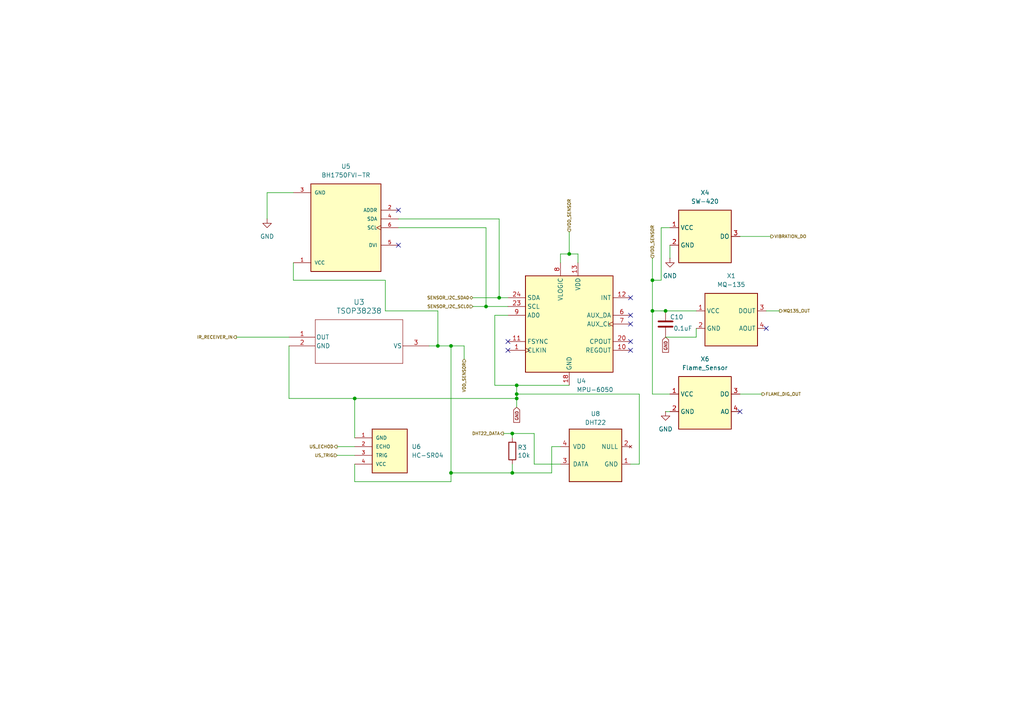
<source format=kicad_sch>
(kicad_sch
	(version 20250114)
	(generator "eeschema")
	(generator_version "9.0")
	(uuid "1f199e4a-6cf5-46ad-9a23-22de6b36ccce")
	(paper "A4")
	(lib_symbols
		(symbol "BH1750:BH1750FVI-TR"
			(pin_names
				(offset 1.016)
			)
			(exclude_from_sim no)
			(in_bom yes)
			(on_board yes)
			(property "Reference" "U"
				(at -10.1737 13.462 0)
				(effects
					(font
						(size 1.27 1.27)
					)
					(justify left bottom)
				)
			)
			(property "Value" "BH1750FVI-TR"
				(at -9.922 -15.24 0)
				(effects
					(font
						(size 1.27 1.27)
					)
					(justify left bottom)
				)
			)
			(property "Footprint" "BH1750FVI-TR:XDCR_BH1750FVI-TR"
				(at 0 0 0)
				(effects
					(font
						(size 1.27 1.27)
					)
					(justify bottom)
					(hide yes)
				)
			)
			(property "Datasheet" ""
				(at 0 0 0)
				(effects
					(font
						(size 1.27 1.27)
					)
					(hide yes)
				)
			)
			(property "Description" ""
				(at 0 0 0)
				(effects
					(font
						(size 1.27 1.27)
					)
					(hide yes)
				)
			)
			(property "MF" "ROHM Semiconductor"
				(at 0 0 0)
				(effects
					(font
						(size 1.27 1.27)
					)
					(justify bottom)
					(hide yes)
				)
			)
			(property "MAXIMUM_PACKAGE_HEIGHT" "0.75mm"
				(at 0 0 0)
				(effects
					(font
						(size 1.27 1.27)
					)
					(justify bottom)
					(hide yes)
				)
			)
			(property "Package" "SMD-6 ROHM Semiconductor"
				(at 0 0 0)
				(effects
					(font
						(size 1.27 1.27)
					)
					(justify bottom)
					(hide yes)
				)
			)
			(property "Price" "None"
				(at 0 0 0)
				(effects
					(font
						(size 1.27 1.27)
					)
					(justify bottom)
					(hide yes)
				)
			)
			(property "Check_prices" "https://www.snapeda.com/parts/BH1750FVI-TR/Rohm/view-part/?ref=eda"
				(at 0 0 0)
				(effects
					(font
						(size 1.27 1.27)
					)
					(justify bottom)
					(hide yes)
				)
			)
			(property "STANDARD" "Manufacturer recommendations"
				(at 0 0 0)
				(effects
					(font
						(size 1.27 1.27)
					)
					(justify bottom)
					(hide yes)
				)
			)
			(property "PARTREV" "D"
				(at 0 0 0)
				(effects
					(font
						(size 1.27 1.27)
					)
					(justify bottom)
					(hide yes)
				)
			)
			(property "SnapEDA_Link" "https://www.snapeda.com/parts/BH1750FVI-TR/Rohm/view-part/?ref=snap"
				(at 0 0 0)
				(effects
					(font
						(size 1.27 1.27)
					)
					(justify bottom)
					(hide yes)
				)
			)
			(property "MP" "BH1750FVI-TR"
				(at 0 0 0)
				(effects
					(font
						(size 1.27 1.27)
					)
					(justify bottom)
					(hide yes)
				)
			)
			(property "Description_1" "Light to Digital Ambient Light Sensor Digital 3V 6-Pin WSOF T/R"
				(at 0 0 0)
				(effects
					(font
						(size 1.27 1.27)
					)
					(justify bottom)
					(hide yes)
				)
			)
			(property "Availability" "In Stock"
				(at 0 0 0)
				(effects
					(font
						(size 1.27 1.27)
					)
					(justify bottom)
					(hide yes)
				)
			)
			(property "MANUFACTURER" "Rohm"
				(at 0 0 0)
				(effects
					(font
						(size 1.27 1.27)
					)
					(justify bottom)
					(hide yes)
				)
			)
			(symbol "BH1750FVI-TR_0_0"
				(rectangle
					(start -10.16 -12.7)
					(end 10.16 12.7)
					(stroke
						(width 0.254)
						(type default)
					)
					(fill
						(type background)
					)
				)
				(pin input line
					(at -15.24 5.08 0)
					(length 5.08)
					(name "DVI"
						(effects
							(font
								(size 1.016 1.016)
							)
						)
					)
					(number "5"
						(effects
							(font
								(size 1.016 1.016)
							)
						)
					)
				)
				(pin input clock
					(at -15.24 0 0)
					(length 5.08)
					(name "SCL"
						(effects
							(font
								(size 1.016 1.016)
							)
						)
					)
					(number "6"
						(effects
							(font
								(size 1.016 1.016)
							)
						)
					)
				)
				(pin bidirectional line
					(at -15.24 -2.54 0)
					(length 5.08)
					(name "SDA"
						(effects
							(font
								(size 1.016 1.016)
							)
						)
					)
					(number "4"
						(effects
							(font
								(size 1.016 1.016)
							)
						)
					)
				)
				(pin input line
					(at -15.24 -5.08 0)
					(length 5.08)
					(name "ADDR"
						(effects
							(font
								(size 1.016 1.016)
							)
						)
					)
					(number "2"
						(effects
							(font
								(size 1.016 1.016)
							)
						)
					)
				)
				(pin power_in line
					(at 15.24 10.16 180)
					(length 5.08)
					(name "VCC"
						(effects
							(font
								(size 1.016 1.016)
							)
						)
					)
					(number "1"
						(effects
							(font
								(size 1.016 1.016)
							)
						)
					)
				)
				(pin power_in line
					(at 15.24 -10.16 180)
					(length 5.08)
					(name "GND"
						(effects
							(font
								(size 1.016 1.016)
							)
						)
					)
					(number "3"
						(effects
							(font
								(size 1.016 1.016)
							)
						)
					)
				)
			)
			(embedded_fonts no)
		)
		(symbol "CUSTOM_LIBRARY_SENSOR_SYMBOL:Flame_Sensor_Module_4Pin"
			(exclude_from_sim no)
			(in_bom yes)
			(on_board yes)
			(property "Reference" "X"
				(at 1.778 3.81 0)
				(effects
					(font
						(size 1.27 1.27)
					)
				)
			)
			(property "Value" "Flame_Sensor"
				(at 9.652 3.81 0)
				(effects
					(font
						(size 1.27 1.27)
					)
				)
			)
			(property "Footprint" ""
				(at 0 0 0)
				(effects
					(font
						(size 1.27 1.27)
					)
					(hide yes)
				)
			)
			(property "Datasheet" ""
				(at 0 0 0)
				(effects
					(font
						(size 1.27 1.27)
					)
					(hide yes)
				)
			)
			(property "Description" ""
				(at 0 0 0)
				(effects
					(font
						(size 1.27 1.27)
					)
					(hide yes)
				)
			)
			(symbol "Flame_Sensor_Module_4Pin_0_1"
				(rectangle
					(start 0 2.54)
					(end 15.24 -12.7)
					(stroke
						(width 0.254)
						(type default)
					)
					(fill
						(type background)
					)
				)
			)
			(symbol "Flame_Sensor_Module_4Pin_1_1"
				(pin power_in line
					(at -2.54 -2.54 0)
					(length 2.54)
					(name "VCC"
						(effects
							(font
								(size 1.27 1.27)
							)
						)
					)
					(number "1"
						(effects
							(font
								(size 1.27 1.27)
							)
						)
					)
				)
				(pin power_in line
					(at -2.54 -7.62 0)
					(length 2.54)
					(name "GND"
						(effects
							(font
								(size 1.27 1.27)
							)
						)
					)
					(number "2"
						(effects
							(font
								(size 1.27 1.27)
							)
						)
					)
				)
				(pin output line
					(at 17.78 -2.54 180)
					(length 2.54)
					(name "DO"
						(effects
							(font
								(size 1.27 1.27)
							)
						)
					)
					(number "3"
						(effects
							(font
								(size 1.27 1.27)
							)
						)
					)
				)
				(pin output line
					(at 17.78 -7.62 180)
					(length 2.54)
					(name "AO"
						(effects
							(font
								(size 1.27 1.27)
							)
						)
					)
					(number "4"
						(effects
							(font
								(size 1.27 1.27)
							)
						)
					)
				)
			)
			(embedded_fonts no)
		)
		(symbol "CUSTOM_LIBRARY_SENSOR_SYMBOL:MQ-135"
			(exclude_from_sim no)
			(in_bom yes)
			(on_board yes)
			(property "Reference" "X"
				(at -6.35 8.89 0)
				(effects
					(font
						(size 1.27 1.27)
					)
				)
			)
			(property "Value" "MQ-135"
				(at -0.254 8.89 0)
				(effects
					(font
						(size 1.27 1.27)
					)
				)
			)
			(property "Footprint" "Sensor:MQ-135"
				(at 1.27 -11.43 0)
				(effects
					(font
						(size 1.27 1.27)
					)
					(hide yes)
				)
			)
			(property "Datasheet" "MQ-135_AIR_QUALITY_MONITORING"
				(at 0 6.35 0)
				(effects
					(font
						(size 1.27 1.27)
					)
					(hide yes)
				)
			)
			(property "Description" "AIR_QUALITY_MONITORING"
				(at 0 0 0)
				(effects
					(font
						(size 1.27 1.27)
					)
					(hide yes)
				)
			)
			(property "ki_keywords" "flammable gas sensor LPG"
				(at 0 0 0)
				(effects
					(font
						(size 1.27 1.27)
					)
					(hide yes)
				)
			)
			(property "ki_fp_filters" "*MQ*6*"
				(at 0 0 0)
				(effects
					(font
						(size 1.27 1.27)
					)
					(hide yes)
				)
			)
			(symbol "MQ-135_0_1"
				(rectangle
					(start -7.62 7.62)
					(end 7.62 -7.62)
					(stroke
						(width 0.254)
						(type default)
					)
					(fill
						(type background)
					)
				)
			)
			(symbol "MQ-135_1_1"
				(pin power_in line
					(at -10.16 2.54 0)
					(length 2.54)
					(name "VCC"
						(effects
							(font
								(size 1.27 1.27)
							)
						)
					)
					(number "1"
						(effects
							(font
								(size 1.27 1.27)
							)
						)
					)
				)
				(pin power_in line
					(at -10.16 -2.54 0)
					(length 2.54)
					(name "GND"
						(effects
							(font
								(size 1.27 1.27)
							)
						)
					)
					(number "2"
						(effects
							(font
								(size 1.27 1.27)
							)
						)
					)
				)
				(pin output line
					(at 10.16 2.54 180)
					(length 2.54)
					(name "DOUT"
						(effects
							(font
								(size 1.27 1.27)
							)
						)
					)
					(number "3"
						(effects
							(font
								(size 1.27 1.27)
							)
						)
					)
				)
				(pin output line
					(at 10.16 -2.54 180)
					(length 2.54)
					(name "AOUT"
						(effects
							(font
								(size 1.27 1.27)
							)
						)
					)
					(number "4"
						(effects
							(font
								(size 1.27 1.27)
							)
						)
					)
				)
			)
			(embedded_fonts no)
		)
		(symbol "CUSTOM_LIBRARY_SENSOR_SYMBOL:SW420_Vibration_Module"
			(exclude_from_sim no)
			(in_bom yes)
			(on_board yes)
			(property "Reference" "X"
				(at -5.588 2.794 0)
				(effects
					(font
						(size 1.27 1.27)
					)
				)
			)
			(property "Value" "SW-420"
				(at 0.508 2.54 0)
				(effects
					(font
						(size 1.27 1.27)
					)
				)
			)
			(property "Footprint" ""
				(at 0 0 0)
				(effects
					(font
						(size 1.27 1.27)
					)
					(hide yes)
				)
			)
			(property "Datasheet" ""
				(at 0 0 0)
				(effects
					(font
						(size 1.27 1.27)
					)
					(hide yes)
				)
			)
			(property "Description" ""
				(at 0 0 0)
				(effects
					(font
						(size 1.27 1.27)
					)
					(hide yes)
				)
			)
			(symbol "SW420_Vibration_Module_0_1"
				(rectangle
					(start -7.62 1.27)
					(end 7.62 -13.97)
					(stroke
						(width 0.254)
						(type default)
					)
					(fill
						(type background)
					)
				)
			)
			(symbol "SW420_Vibration_Module_1_1"
				(pin power_in line
					(at -10.16 -3.81 0)
					(length 2.54)
					(name "VCC"
						(effects
							(font
								(size 1.27 1.27)
							)
						)
					)
					(number "1"
						(effects
							(font
								(size 1.27 1.27)
							)
						)
					)
				)
				(pin power_in line
					(at -10.16 -8.89 0)
					(length 2.54)
					(name "GND"
						(effects
							(font
								(size 1.27 1.27)
							)
						)
					)
					(number "2"
						(effects
							(font
								(size 1.27 1.27)
							)
						)
					)
				)
				(pin output line
					(at 10.16 -6.35 180)
					(length 2.54)
					(name "DO"
						(effects
							(font
								(size 1.27 1.27)
							)
						)
					)
					(number "3"
						(effects
							(font
								(size 1.27 1.27)
							)
						)
					)
				)
			)
			(embedded_fonts no)
		)
		(symbol "DHT-22:DHT22"
			(pin_names
				(offset 1.016)
			)
			(exclude_from_sim no)
			(in_bom yes)
			(on_board yes)
			(property "Reference" "U"
				(at -5.588 7.112 0)
				(effects
					(font
						(size 1.27 1.27)
					)
					(justify bottom)
				)
			)
			(property "Value" "DHT22"
				(at 1.524 7.366 0)
				(effects
					(font
						(size 1.27 1.27)
					)
					(justify bottom)
				)
			)
			(property "Footprint" "DHT22:DHT22"
				(at 0 0 0)
				(effects
					(font
						(size 1.27 1.27)
					)
					(justify bottom)
					(hide yes)
				)
			)
			(property "Datasheet" ""
				(at 0 0 0)
				(effects
					(font
						(size 1.27 1.27)
					)
					(hide yes)
				)
			)
			(property "Description" ""
				(at 0 0 0)
				(effects
					(font
						(size 1.27 1.27)
					)
					(hide yes)
				)
			)
			(property "MF" "Aosong Electronics"
				(at 0 0 0)
				(effects
					(font
						(size 1.27 1.27)
					)
					(justify bottom)
					(hide yes)
				)
			)
			(property "Description_1" "Capacitive-type humidity and temperature module/sensor"
				(at 0 0 0)
				(effects
					(font
						(size 1.27 1.27)
					)
					(justify bottom)
					(hide yes)
				)
			)
			(property "Package" "Package"
				(at 0 0 0)
				(effects
					(font
						(size 1.27 1.27)
					)
					(justify bottom)
					(hide yes)
				)
			)
			(property "Price" "None"
				(at 0 0 0)
				(effects
					(font
						(size 1.27 1.27)
					)
					(justify bottom)
					(hide yes)
				)
			)
			(property "SnapEDA_Link" "https://www.snapeda.com/parts/DHT22/Aosong+Electronics/view-part/?ref=snap"
				(at 0 0 0)
				(effects
					(font
						(size 1.27 1.27)
					)
					(justify bottom)
					(hide yes)
				)
			)
			(property "MP" "DHT22"
				(at 0 0 0)
				(effects
					(font
						(size 1.27 1.27)
					)
					(justify bottom)
					(hide yes)
				)
			)
			(property "Availability" "Not in stock"
				(at 0 0 0)
				(effects
					(font
						(size 1.27 1.27)
					)
					(justify bottom)
					(hide yes)
				)
			)
			(property "Check_prices" "https://www.snapeda.com/parts/DHT22/Aosong+Electronics/view-part/?ref=eda"
				(at 0 0 0)
				(effects
					(font
						(size 1.27 1.27)
					)
					(justify bottom)
					(hide yes)
				)
			)
			(symbol "DHT22_0_1"
				(rectangle
					(start -6.35 6.35)
					(end 8.89 -8.89)
					(stroke
						(width 0.254)
						(type default)
					)
					(fill
						(type background)
					)
				)
			)
			(symbol "DHT22_1_1"
				(pin power_in line
					(at -8.89 1.27 0)
					(length 2.54)
					(name "GND"
						(effects
							(font
								(size 1.27 1.27)
							)
						)
					)
					(number "1"
						(effects
							(font
								(size 1.27 1.27)
							)
						)
					)
				)
				(pin no_connect line
					(at -8.89 -3.81 0)
					(length 2.54)
					(name "NULL"
						(effects
							(font
								(size 1.27 1.27)
							)
						)
					)
					(number "2"
						(effects
							(font
								(size 1.27 1.27)
							)
						)
					)
				)
				(pin output line
					(at 11.43 1.27 180)
					(length 2.54)
					(name "DATA"
						(effects
							(font
								(size 1.27 1.27)
							)
						)
					)
					(number "3"
						(effects
							(font
								(size 1.27 1.27)
							)
						)
					)
				)
				(pin power_in line
					(at 11.43 -3.81 180)
					(length 2.54)
					(name "VDD"
						(effects
							(font
								(size 1.27 1.27)
							)
						)
					)
					(number "4"
						(effects
							(font
								(size 1.27 1.27)
							)
						)
					)
				)
			)
			(embedded_fonts no)
		)
		(symbol "Device:C"
			(pin_numbers
				(hide yes)
			)
			(pin_names
				(offset 0.254)
			)
			(exclude_from_sim no)
			(in_bom yes)
			(on_board yes)
			(property "Reference" "C"
				(at 0.635 2.54 0)
				(effects
					(font
						(size 1.27 1.27)
					)
					(justify left)
				)
			)
			(property "Value" "C"
				(at 0.635 -2.54 0)
				(effects
					(font
						(size 1.27 1.27)
					)
					(justify left)
				)
			)
			(property "Footprint" ""
				(at 0.9652 -3.81 0)
				(effects
					(font
						(size 1.27 1.27)
					)
					(hide yes)
				)
			)
			(property "Datasheet" "~"
				(at 0 0 0)
				(effects
					(font
						(size 1.27 1.27)
					)
					(hide yes)
				)
			)
			(property "Description" "Unpolarized capacitor"
				(at 0 0 0)
				(effects
					(font
						(size 1.27 1.27)
					)
					(hide yes)
				)
			)
			(property "ki_keywords" "cap capacitor"
				(at 0 0 0)
				(effects
					(font
						(size 1.27 1.27)
					)
					(hide yes)
				)
			)
			(property "ki_fp_filters" "C_*"
				(at 0 0 0)
				(effects
					(font
						(size 1.27 1.27)
					)
					(hide yes)
				)
			)
			(symbol "C_0_1"
				(polyline
					(pts
						(xy -2.032 0.762) (xy 2.032 0.762)
					)
					(stroke
						(width 0.508)
						(type default)
					)
					(fill
						(type none)
					)
				)
				(polyline
					(pts
						(xy -2.032 -0.762) (xy 2.032 -0.762)
					)
					(stroke
						(width 0.508)
						(type default)
					)
					(fill
						(type none)
					)
				)
			)
			(symbol "C_1_1"
				(pin passive line
					(at 0 3.81 270)
					(length 2.794)
					(name "~"
						(effects
							(font
								(size 1.27 1.27)
							)
						)
					)
					(number "1"
						(effects
							(font
								(size 1.27 1.27)
							)
						)
					)
				)
				(pin passive line
					(at 0 -3.81 90)
					(length 2.794)
					(name "~"
						(effects
							(font
								(size 1.27 1.27)
							)
						)
					)
					(number "2"
						(effects
							(font
								(size 1.27 1.27)
							)
						)
					)
				)
			)
			(embedded_fonts no)
		)
		(symbol "Device:R"
			(pin_numbers
				(hide yes)
			)
			(pin_names
				(offset 0)
			)
			(exclude_from_sim no)
			(in_bom yes)
			(on_board yes)
			(property "Reference" "R"
				(at 2.032 0 90)
				(effects
					(font
						(size 1.27 1.27)
					)
				)
			)
			(property "Value" "R"
				(at 0 0 90)
				(effects
					(font
						(size 1.27 1.27)
					)
				)
			)
			(property "Footprint" ""
				(at -1.778 0 90)
				(effects
					(font
						(size 1.27 1.27)
					)
					(hide yes)
				)
			)
			(property "Datasheet" "~"
				(at 0 0 0)
				(effects
					(font
						(size 1.27 1.27)
					)
					(hide yes)
				)
			)
			(property "Description" "Resistor"
				(at 0 0 0)
				(effects
					(font
						(size 1.27 1.27)
					)
					(hide yes)
				)
			)
			(property "ki_keywords" "R res resistor"
				(at 0 0 0)
				(effects
					(font
						(size 1.27 1.27)
					)
					(hide yes)
				)
			)
			(property "ki_fp_filters" "R_*"
				(at 0 0 0)
				(effects
					(font
						(size 1.27 1.27)
					)
					(hide yes)
				)
			)
			(symbol "R_0_1"
				(rectangle
					(start -1.016 -2.54)
					(end 1.016 2.54)
					(stroke
						(width 0.254)
						(type default)
					)
					(fill
						(type none)
					)
				)
			)
			(symbol "R_1_1"
				(pin passive line
					(at 0 3.81 270)
					(length 1.27)
					(name "~"
						(effects
							(font
								(size 1.27 1.27)
							)
						)
					)
					(number "1"
						(effects
							(font
								(size 1.27 1.27)
							)
						)
					)
				)
				(pin passive line
					(at 0 -3.81 90)
					(length 1.27)
					(name "~"
						(effects
							(font
								(size 1.27 1.27)
							)
						)
					)
					(number "2"
						(effects
							(font
								(size 1.27 1.27)
							)
						)
					)
				)
			)
			(embedded_fonts no)
		)
		(symbol "HC-SR04:HC-SR04"
			(pin_names
				(offset 1.016)
			)
			(exclude_from_sim no)
			(in_bom yes)
			(on_board yes)
			(property "Reference" "U"
				(at 0 5.0813 0)
				(effects
					(font
						(size 1.27 1.27)
					)
					(justify left bottom)
				)
			)
			(property "Value" "HC-SR04"
				(at 0 -10.163 0)
				(effects
					(font
						(size 1.27 1.27)
					)
					(justify left bottom)
				)
			)
			(property "Footprint" "HC-SR04:XCVR_HC-SR04"
				(at 0 0 0)
				(effects
					(font
						(size 1.27 1.27)
					)
					(justify bottom)
					(hide yes)
				)
			)
			(property "Datasheet" ""
				(at 0 0 0)
				(effects
					(font
						(size 1.27 1.27)
					)
					(hide yes)
				)
			)
			(property "Description" ""
				(at 0 0 0)
				(effects
					(font
						(size 1.27 1.27)
					)
					(hide yes)
				)
			)
			(property "MF" "OSEPP Electronics LTD"
				(at 0 0 0)
				(effects
					(font
						(size 1.27 1.27)
					)
					(justify bottom)
					(hide yes)
				)
			)
			(property "Description_1" "Ultrasonic Sensor Module,Rectangular,20-4000 mm,5 V,15 mA,Arduino Compatible | OSEPP HC-SR04"
				(at 0 0 0)
				(effects
					(font
						(size 1.27 1.27)
					)
					(justify bottom)
					(hide yes)
				)
			)
			(property "Package" "None"
				(at 0 0 0)
				(effects
					(font
						(size 1.27 1.27)
					)
					(justify bottom)
					(hide yes)
				)
			)
			(property "Price" "None"
				(at 0 0 0)
				(effects
					(font
						(size 1.27 1.27)
					)
					(justify bottom)
					(hide yes)
				)
			)
			(property "Check_prices" "https://www.snapeda.com/parts/HC-SR04/OSEPP/view-part/?ref=eda"
				(at 0 0 0)
				(effects
					(font
						(size 1.27 1.27)
					)
					(justify bottom)
					(hide yes)
				)
			)
			(property "SnapEDA_Link" "https://www.snapeda.com/parts/HC-SR04/OSEPP/view-part/?ref=snap"
				(at 0 0 0)
				(effects
					(font
						(size 1.27 1.27)
					)
					(justify bottom)
					(hide yes)
				)
			)
			(property "MP" "HC-SR04"
				(at 0 0 0)
				(effects
					(font
						(size 1.27 1.27)
					)
					(justify bottom)
					(hide yes)
				)
			)
			(property "Availability" "In Stock"
				(at 0 0 0)
				(effects
					(font
						(size 1.27 1.27)
					)
					(justify bottom)
					(hide yes)
				)
			)
			(property "MANUFACTURER" "Osepp"
				(at 0 0 0)
				(effects
					(font
						(size 1.27 1.27)
					)
					(justify bottom)
					(hide yes)
				)
			)
			(symbol "HC-SR04_0_0"
				(rectangle
					(start 0 -7.62)
					(end 10.16 5.08)
					(stroke
						(width 0.254)
						(type default)
					)
					(fill
						(type background)
					)
				)
			)
			(symbol "HC-SR04_1_0"
				(pin power_in line
					(at -5.08 2.54 0)
					(length 5.08)
					(name "GND"
						(effects
							(font
								(size 1.016 1.016)
							)
						)
					)
					(number "1"
						(effects
							(font
								(size 1.016 1.016)
							)
						)
					)
				)
				(pin bidirectional line
					(at -5.08 0 0)
					(length 5.08)
					(name "ECHO"
						(effects
							(font
								(size 1.016 1.016)
							)
						)
					)
					(number "2"
						(effects
							(font
								(size 1.016 1.016)
							)
						)
					)
				)
				(pin bidirectional line
					(at -5.08 -2.54 0)
					(length 5.08)
					(name "TRIG"
						(effects
							(font
								(size 1.016 1.016)
							)
						)
					)
					(number "3"
						(effects
							(font
								(size 1.016 1.016)
							)
						)
					)
				)
				(pin power_in line
					(at -5.08 -5.08 0)
					(length 5.08)
					(name "VCC"
						(effects
							(font
								(size 1.016 1.016)
							)
						)
					)
					(number "4"
						(effects
							(font
								(size 1.016 1.016)
							)
						)
					)
				)
			)
			(embedded_fonts no)
		)
		(symbol "Sensor_Motion:MPU-6050"
			(exclude_from_sim no)
			(in_bom yes)
			(on_board yes)
			(property "Reference" "U"
				(at -11.43 13.97 0)
				(effects
					(font
						(size 1.27 1.27)
					)
				)
			)
			(property "Value" "MPU-6050"
				(at 7.62 -15.24 0)
				(effects
					(font
						(size 1.27 1.27)
					)
				)
			)
			(property "Footprint" "Sensor_Motion:InvenSense_QFN-24_4x4mm_P0.5mm"
				(at 0 -20.32 0)
				(effects
					(font
						(size 1.27 1.27)
					)
					(hide yes)
				)
			)
			(property "Datasheet" "https://invensense.tdk.com/wp-content/uploads/2015/02/MPU-6000-Datasheet1.pdf"
				(at 0 -3.81 0)
				(effects
					(font
						(size 1.27 1.27)
					)
					(hide yes)
				)
			)
			(property "Description" "InvenSense 6-Axis Motion Sensor, Gyroscope, Accelerometer, I2C"
				(at 0 0 0)
				(effects
					(font
						(size 1.27 1.27)
					)
					(hide yes)
				)
			)
			(property "ki_keywords" "mems"
				(at 0 0 0)
				(effects
					(font
						(size 1.27 1.27)
					)
					(hide yes)
				)
			)
			(property "ki_fp_filters" "*QFN*4x4mm*P0.5mm*"
				(at 0 0 0)
				(effects
					(font
						(size 1.27 1.27)
					)
					(hide yes)
				)
			)
			(symbol "MPU-6050_0_1"
				(rectangle
					(start -12.7 13.97)
					(end 12.7 -13.97)
					(stroke
						(width 0.254)
						(type default)
					)
					(fill
						(type background)
					)
				)
			)
			(symbol "MPU-6050_1_1"
				(pin bidirectional line
					(at -17.78 7.62 0)
					(length 5.08)
					(name "SDA"
						(effects
							(font
								(size 1.27 1.27)
							)
						)
					)
					(number "24"
						(effects
							(font
								(size 1.27 1.27)
							)
						)
					)
				)
				(pin input line
					(at -17.78 5.08 0)
					(length 5.08)
					(name "SCL"
						(effects
							(font
								(size 1.27 1.27)
							)
						)
					)
					(number "23"
						(effects
							(font
								(size 1.27 1.27)
							)
						)
					)
				)
				(pin input line
					(at -17.78 2.54 0)
					(length 5.08)
					(name "AD0"
						(effects
							(font
								(size 1.27 1.27)
							)
						)
					)
					(number "9"
						(effects
							(font
								(size 1.27 1.27)
							)
						)
					)
				)
				(pin input line
					(at -17.78 -5.08 0)
					(length 5.08)
					(name "FSYNC"
						(effects
							(font
								(size 1.27 1.27)
							)
						)
					)
					(number "11"
						(effects
							(font
								(size 1.27 1.27)
							)
						)
					)
				)
				(pin input clock
					(at -17.78 -7.62 0)
					(length 5.08)
					(name "CLKIN"
						(effects
							(font
								(size 1.27 1.27)
							)
						)
					)
					(number "1"
						(effects
							(font
								(size 1.27 1.27)
							)
						)
					)
				)
				(pin no_connect line
					(at -12.7 12.7 0)
					(length 2.54)
					(hide yes)
					(name "NC"
						(effects
							(font
								(size 1.27 1.27)
							)
						)
					)
					(number "2"
						(effects
							(font
								(size 1.27 1.27)
							)
						)
					)
				)
				(pin no_connect line
					(at -12.7 10.16 0)
					(length 2.54)
					(hide yes)
					(name "NC"
						(effects
							(font
								(size 1.27 1.27)
							)
						)
					)
					(number "3"
						(effects
							(font
								(size 1.27 1.27)
							)
						)
					)
				)
				(pin no_connect line
					(at -12.7 0 0)
					(length 2.54)
					(hide yes)
					(name "NC"
						(effects
							(font
								(size 1.27 1.27)
							)
						)
					)
					(number "4"
						(effects
							(font
								(size 1.27 1.27)
							)
						)
					)
				)
				(pin no_connect line
					(at -12.7 -2.54 0)
					(length 2.54)
					(hide yes)
					(name "NC"
						(effects
							(font
								(size 1.27 1.27)
							)
						)
					)
					(number "5"
						(effects
							(font
								(size 1.27 1.27)
							)
						)
					)
				)
				(pin no_connect line
					(at -12.7 -10.16 0)
					(length 2.54)
					(hide yes)
					(name "NC"
						(effects
							(font
								(size 1.27 1.27)
							)
						)
					)
					(number "14"
						(effects
							(font
								(size 1.27 1.27)
							)
						)
					)
				)
				(pin power_in line
					(at -2.54 17.78 270)
					(length 3.81)
					(name "VLOGIC"
						(effects
							(font
								(size 1.27 1.27)
							)
						)
					)
					(number "8"
						(effects
							(font
								(size 1.27 1.27)
							)
						)
					)
				)
				(pin power_in line
					(at 0 -17.78 90)
					(length 3.81)
					(name "GND"
						(effects
							(font
								(size 1.27 1.27)
							)
						)
					)
					(number "18"
						(effects
							(font
								(size 1.27 1.27)
							)
						)
					)
				)
				(pin power_in line
					(at 2.54 17.78 270)
					(length 3.81)
					(name "VDD"
						(effects
							(font
								(size 1.27 1.27)
							)
						)
					)
					(number "13"
						(effects
							(font
								(size 1.27 1.27)
							)
						)
					)
				)
				(pin no_connect line
					(at 12.7 12.7 180)
					(length 2.54)
					(hide yes)
					(name "NC"
						(effects
							(font
								(size 1.27 1.27)
							)
						)
					)
					(number "15"
						(effects
							(font
								(size 1.27 1.27)
							)
						)
					)
				)
				(pin no_connect line
					(at 12.7 10.16 180)
					(length 2.54)
					(hide yes)
					(name "NC"
						(effects
							(font
								(size 1.27 1.27)
							)
						)
					)
					(number "16"
						(effects
							(font
								(size 1.27 1.27)
							)
						)
					)
				)
				(pin no_connect line
					(at 12.7 5.08 180)
					(length 2.54)
					(hide yes)
					(name "NC"
						(effects
							(font
								(size 1.27 1.27)
							)
						)
					)
					(number "17"
						(effects
							(font
								(size 1.27 1.27)
							)
						)
					)
				)
				(pin no_connect line
					(at 12.7 -2.54 180)
					(length 2.54)
					(hide yes)
					(name "RESV"
						(effects
							(font
								(size 1.27 1.27)
							)
						)
					)
					(number "21"
						(effects
							(font
								(size 1.27 1.27)
							)
						)
					)
				)
				(pin no_connect line
					(at 12.7 -10.16 180)
					(length 2.54)
					(hide yes)
					(name "RESV"
						(effects
							(font
								(size 1.27 1.27)
							)
						)
					)
					(number "19"
						(effects
							(font
								(size 1.27 1.27)
							)
						)
					)
				)
				(pin no_connect line
					(at 12.7 -12.7 180)
					(length 2.54)
					(hide yes)
					(name "RESV"
						(effects
							(font
								(size 1.27 1.27)
							)
						)
					)
					(number "22"
						(effects
							(font
								(size 1.27 1.27)
							)
						)
					)
				)
				(pin output line
					(at 17.78 7.62 180)
					(length 5.08)
					(name "INT"
						(effects
							(font
								(size 1.27 1.27)
							)
						)
					)
					(number "12"
						(effects
							(font
								(size 1.27 1.27)
							)
						)
					)
				)
				(pin bidirectional line
					(at 17.78 2.54 180)
					(length 5.08)
					(name "AUX_DA"
						(effects
							(font
								(size 1.27 1.27)
							)
						)
					)
					(number "6"
						(effects
							(font
								(size 1.27 1.27)
							)
						)
					)
				)
				(pin output clock
					(at 17.78 0 180)
					(length 5.08)
					(name "AUX_CL"
						(effects
							(font
								(size 1.27 1.27)
							)
						)
					)
					(number "7"
						(effects
							(font
								(size 1.27 1.27)
							)
						)
					)
				)
				(pin passive line
					(at 17.78 -5.08 180)
					(length 5.08)
					(name "CPOUT"
						(effects
							(font
								(size 1.27 1.27)
							)
						)
					)
					(number "20"
						(effects
							(font
								(size 1.27 1.27)
							)
						)
					)
				)
				(pin passive line
					(at 17.78 -7.62 180)
					(length 5.08)
					(name "REGOUT"
						(effects
							(font
								(size 1.27 1.27)
							)
						)
					)
					(number "10"
						(effects
							(font
								(size 1.27 1.27)
							)
						)
					)
				)
			)
			(embedded_fonts no)
		)
		(symbol "TSOP38238:TSOP38238"
			(pin_names
				(offset 0.254)
			)
			(exclude_from_sim no)
			(in_bom yes)
			(on_board yes)
			(property "Reference" "U"
				(at 20.32 10.16 0)
				(effects
					(font
						(size 1.524 1.524)
					)
				)
			)
			(property "Value" "TSOP38238"
				(at 20.32 7.62 0)
				(effects
					(font
						(size 1.524 1.524)
					)
				)
			)
			(property "Footprint" "TSOP382"
				(at 0 0 0)
				(effects
					(font
						(size 1.27 1.27)
						(italic yes)
					)
					(hide yes)
				)
			)
			(property "Datasheet" "https://www.vishay.com/doc?82491"
				(at 0 0 0)
				(effects
					(font
						(size 1.27 1.27)
						(italic yes)
					)
					(hide yes)
				)
			)
			(property "Description" ""
				(at 0 0 0)
				(effects
					(font
						(size 1.27 1.27)
					)
					(hide yes)
				)
			)
			(property "ki_locked" ""
				(at 0 0 0)
				(effects
					(font
						(size 1.27 1.27)
					)
				)
			)
			(property "ki_keywords" "TSOP38238"
				(at 0 0 0)
				(effects
					(font
						(size 1.27 1.27)
					)
					(hide yes)
				)
			)
			(property "ki_fp_filters" "TSOP382"
				(at 0 0 0)
				(effects
					(font
						(size 1.27 1.27)
					)
					(hide yes)
				)
			)
			(symbol "TSOP38238_0_1"
				(polyline
					(pts
						(xy 7.62 5.08) (xy 7.62 -7.62)
					)
					(stroke
						(width 0.127)
						(type default)
					)
					(fill
						(type none)
					)
				)
				(polyline
					(pts
						(xy 7.62 -7.62) (xy 33.02 -7.62)
					)
					(stroke
						(width 0.127)
						(type default)
					)
					(fill
						(type none)
					)
				)
				(polyline
					(pts
						(xy 33.02 5.08) (xy 7.62 5.08)
					)
					(stroke
						(width 0.127)
						(type default)
					)
					(fill
						(type none)
					)
				)
				(polyline
					(pts
						(xy 33.02 -7.62) (xy 33.02 5.08)
					)
					(stroke
						(width 0.127)
						(type default)
					)
					(fill
						(type none)
					)
				)
				(pin output line
					(at 0 0 0)
					(length 7.62)
					(name "OUT"
						(effects
							(font
								(size 1.27 1.27)
							)
						)
					)
					(number "1"
						(effects
							(font
								(size 1.27 1.27)
							)
						)
					)
				)
				(pin power_in line
					(at 40.64 -2.54 180)
					(length 7.62)
					(name "VS"
						(effects
							(font
								(size 1.27 1.27)
							)
						)
					)
					(number "3"
						(effects
							(font
								(size 1.27 1.27)
							)
						)
					)
				)
			)
			(symbol "TSOP38238_1_1"
				(pin passive line
					(at 0 -2.54 0)
					(length 7.62)
					(name "GND"
						(effects
							(font
								(size 1.27 1.27)
							)
						)
					)
					(number "2"
						(effects
							(font
								(size 1.27 1.27)
							)
						)
					)
				)
			)
			(embedded_fonts no)
		)
		(symbol "power:GND"
			(power)
			(pin_numbers
				(hide yes)
			)
			(pin_names
				(offset 0)
				(hide yes)
			)
			(exclude_from_sim no)
			(in_bom yes)
			(on_board yes)
			(property "Reference" "#PWR"
				(at 0 -6.35 0)
				(effects
					(font
						(size 1.27 1.27)
					)
					(hide yes)
				)
			)
			(property "Value" "GND"
				(at 0 -3.81 0)
				(effects
					(font
						(size 1.27 1.27)
					)
				)
			)
			(property "Footprint" ""
				(at 0 0 0)
				(effects
					(font
						(size 1.27 1.27)
					)
					(hide yes)
				)
			)
			(property "Datasheet" ""
				(at 0 0 0)
				(effects
					(font
						(size 1.27 1.27)
					)
					(hide yes)
				)
			)
			(property "Description" "Power symbol creates a global label with name \"GND\" , ground"
				(at 0 0 0)
				(effects
					(font
						(size 1.27 1.27)
					)
					(hide yes)
				)
			)
			(property "ki_keywords" "global power"
				(at 0 0 0)
				(effects
					(font
						(size 1.27 1.27)
					)
					(hide yes)
				)
			)
			(symbol "GND_0_1"
				(polyline
					(pts
						(xy 0 0) (xy 0 -1.27) (xy 1.27 -1.27) (xy 0 -2.54) (xy -1.27 -1.27) (xy 0 -1.27)
					)
					(stroke
						(width 0)
						(type default)
					)
					(fill
						(type none)
					)
				)
			)
			(symbol "GND_1_1"
				(pin power_in line
					(at 0 0 270)
					(length 0)
					(name "~"
						(effects
							(font
								(size 1.27 1.27)
							)
						)
					)
					(number "1"
						(effects
							(font
								(size 1.27 1.27)
							)
						)
					)
				)
			)
			(embedded_fonts no)
		)
	)
	(junction
		(at 127 100.33)
		(diameter 0)
		(color 0 0 0 0)
		(uuid "088211ba-9078-4f73-8acd-6e7191278c10")
	)
	(junction
		(at 144.78 86.36)
		(diameter 0)
		(color 0 0 0 0)
		(uuid "0bed1ac9-2e5a-4c2b-8048-32b39eb18f04")
	)
	(junction
		(at 149.86 114.3)
		(diameter 0)
		(color 0 0 0 0)
		(uuid "2d46f7ff-9802-42c7-b7c8-2ea5530cda2c")
	)
	(junction
		(at 165.1 73.66)
		(diameter 0)
		(color 0 0 0 0)
		(uuid "3cff4247-bb5d-48aa-8442-0a76a3db2271")
	)
	(junction
		(at 148.59 125.73)
		(diameter 0)
		(color 0 0 0 0)
		(uuid "3d379839-391b-4a24-b391-3ec72cdd6d7b")
	)
	(junction
		(at 149.86 115.57)
		(diameter 0)
		(color 0 0 0 0)
		(uuid "4c3739c6-3b82-4950-8bc3-55d3d2d488ae")
	)
	(junction
		(at 189.23 81.28)
		(diameter 0)
		(color 0 0 0 0)
		(uuid "53c415b1-e57a-4678-a26c-0ed43466fd2b")
	)
	(junction
		(at 148.59 137.16)
		(diameter 0)
		(color 0 0 0 0)
		(uuid "6d009a3e-b9f7-403c-bcce-08c118137e2e")
	)
	(junction
		(at 193.04 90.17)
		(diameter 0)
		(color 0 0 0 0)
		(uuid "745c9406-db6f-496e-8d6d-b0d45ed7fda1")
	)
	(junction
		(at 149.86 111.76)
		(diameter 0)
		(color 0 0 0 0)
		(uuid "8452904f-06a4-40f3-aabc-338e35158466")
	)
	(junction
		(at 102.87 115.57)
		(diameter 0)
		(color 0 0 0 0)
		(uuid "894a4c14-6415-475f-b63c-529f000a9a69")
	)
	(junction
		(at 140.97 88.9)
		(diameter 0)
		(color 0 0 0 0)
		(uuid "93c66833-2b1f-4751-86a9-77a8cd8f6472")
	)
	(junction
		(at 130.81 137.16)
		(diameter 0)
		(color 0 0 0 0)
		(uuid "ac18f90b-207f-4cf1-804f-179fc9c540a7")
	)
	(junction
		(at 130.81 100.33)
		(diameter 0)
		(color 0 0 0 0)
		(uuid "b74a42dd-9e65-4176-b493-f9b0fddffd52")
	)
	(junction
		(at 189.23 90.17)
		(diameter 0)
		(color 0 0 0 0)
		(uuid "caa77fad-bf78-4477-9196-ae854cc2ee0f")
	)
	(no_connect
		(at 182.88 101.6)
		(uuid "1a2ed62d-a55c-4cbd-948c-cc1c2d38fd42")
	)
	(no_connect
		(at 147.32 99.06)
		(uuid "1bc97716-27b6-411c-86c3-520615713d79")
	)
	(no_connect
		(at 115.57 60.96)
		(uuid "30afd2e8-539b-4c85-9638-95f922f35842")
	)
	(no_connect
		(at 182.88 99.06)
		(uuid "32040fb3-ac7f-45cf-a187-b9604272d1e8")
	)
	(no_connect
		(at 182.88 91.44)
		(uuid "556e6a98-0dd5-4f8a-ba68-c37eada57b56")
	)
	(no_connect
		(at 182.88 86.36)
		(uuid "5b29cf5c-9da3-4824-8239-89e0c00a87e2")
	)
	(no_connect
		(at 115.57 71.12)
		(uuid "928be8bc-7dfb-4adc-ad2e-e8dda28912cb")
	)
	(no_connect
		(at 214.63 119.38)
		(uuid "ac902096-300f-485d-8473-ea485ca1ba27")
	)
	(no_connect
		(at 182.88 93.98)
		(uuid "c35ad02c-db0e-4522-89ce-fa9dcfbaaf72")
	)
	(no_connect
		(at 222.25 95.25)
		(uuid "eb7a3ac9-a528-490a-8956-6d1392d3f961")
	)
	(no_connect
		(at 147.32 101.6)
		(uuid "f4d022d8-a46c-4f9a-bef8-79b9724e0a85")
	)
	(wire
		(pts
			(xy 165.1 67.31) (xy 165.1 73.66)
		)
		(stroke
			(width 0)
			(type default)
		)
		(uuid "021729ab-cb30-4835-b2c2-361a64c3a11a")
	)
	(wire
		(pts
			(xy 182.88 134.62) (xy 185.42 134.62)
		)
		(stroke
			(width 0)
			(type default)
		)
		(uuid "03e45ee1-9568-4280-b0fe-43e00b8089d2")
	)
	(wire
		(pts
			(xy 85.09 55.88) (xy 77.47 55.88)
		)
		(stroke
			(width 0)
			(type default)
		)
		(uuid "040512e6-4bb4-4e35-b590-46493ef01234")
	)
	(wire
		(pts
			(xy 140.97 88.9) (xy 147.32 88.9)
		)
		(stroke
			(width 0)
			(type default)
		)
		(uuid "0ec06b9e-28ef-407d-a660-6f9d5e5a160b")
	)
	(wire
		(pts
			(xy 137.16 86.36) (xy 144.78 86.36)
		)
		(stroke
			(width 0)
			(type default)
		)
		(uuid "0ec0940a-68e2-4f8b-94fe-4cdab51232f3")
	)
	(wire
		(pts
			(xy 111.76 81.28) (xy 85.09 81.28)
		)
		(stroke
			(width 0)
			(type default)
		)
		(uuid "1170800c-2909-4063-ae0e-35eb2da3710a")
	)
	(wire
		(pts
			(xy 115.57 66.04) (xy 140.97 66.04)
		)
		(stroke
			(width 0)
			(type default)
		)
		(uuid "1248517f-8ad9-4e5a-b799-a7983387aea9")
	)
	(wire
		(pts
			(xy 97.79 129.54) (xy 102.87 129.54)
		)
		(stroke
			(width 0)
			(type default)
		)
		(uuid "145101b8-5a60-44af-9faf-4540e098f209")
	)
	(wire
		(pts
			(xy 147.32 91.44) (xy 143.51 91.44)
		)
		(stroke
			(width 0)
			(type default)
		)
		(uuid "16695ab1-e015-4edc-ac2e-1730fe774d74")
	)
	(wire
		(pts
			(xy 146.05 125.73) (xy 148.59 125.73)
		)
		(stroke
			(width 0)
			(type default)
		)
		(uuid "185e8287-e193-4e3e-9f7c-12e9899544cd")
	)
	(wire
		(pts
			(xy 130.81 139.7) (xy 130.81 137.16)
		)
		(stroke
			(width 0)
			(type default)
		)
		(uuid "213ab951-883f-4c6b-927c-f4f9a8aa4c88")
	)
	(wire
		(pts
			(xy 130.81 137.16) (xy 148.59 137.16)
		)
		(stroke
			(width 0)
			(type default)
		)
		(uuid "28c1e120-5ac6-435f-aa68-c46250878206")
	)
	(wire
		(pts
			(xy 226.06 90.17) (xy 222.25 90.17)
		)
		(stroke
			(width 0)
			(type default)
		)
		(uuid "2e5f26b0-bbcf-490a-83ea-c9b81c237ced")
	)
	(wire
		(pts
			(xy 77.47 55.88) (xy 77.47 63.5)
		)
		(stroke
			(width 0)
			(type default)
		)
		(uuid "305ada9b-e10b-456e-962d-49933dc122ed")
	)
	(wire
		(pts
			(xy 162.56 73.66) (xy 165.1 73.66)
		)
		(stroke
			(width 0)
			(type default)
		)
		(uuid "3a954c8c-a806-4597-a4e7-b34c7aec7890")
	)
	(wire
		(pts
			(xy 143.51 91.44) (xy 143.51 111.76)
		)
		(stroke
			(width 0)
			(type default)
		)
		(uuid "3d40a1e8-5628-486b-a68d-9786341d4013")
	)
	(wire
		(pts
			(xy 185.42 114.3) (xy 185.42 134.62)
		)
		(stroke
			(width 0)
			(type default)
		)
		(uuid "47647897-1c13-4c9c-a008-381ef3f5edd7")
	)
	(wire
		(pts
			(xy 149.86 111.76) (xy 165.1 111.76)
		)
		(stroke
			(width 0)
			(type default)
		)
		(uuid "4c66d979-a308-4a4a-a497-edc408fef168")
	)
	(wire
		(pts
			(xy 149.86 114.3) (xy 185.42 114.3)
		)
		(stroke
			(width 0)
			(type default)
		)
		(uuid "54f42c7a-601c-4878-8b46-9cb19d3fb1d4")
	)
	(wire
		(pts
			(xy 134.62 100.33) (xy 134.62 104.14)
		)
		(stroke
			(width 0)
			(type default)
		)
		(uuid "5554165d-d6a6-46bc-82c5-df20ce28dc31")
	)
	(wire
		(pts
			(xy 193.04 119.38) (xy 194.31 119.38)
		)
		(stroke
			(width 0)
			(type default)
		)
		(uuid "55e951aa-d9ba-4f51-91b1-c691f3ccecdd")
	)
	(wire
		(pts
			(xy 148.59 127) (xy 148.59 125.73)
		)
		(stroke
			(width 0)
			(type default)
		)
		(uuid "5655d3a4-e774-4fc8-91ca-7e0c6d5a365a")
	)
	(wire
		(pts
			(xy 193.04 90.17) (xy 189.23 90.17)
		)
		(stroke
			(width 0)
			(type default)
		)
		(uuid "5671aee8-b6cc-4215-bc22-82a4ff7c043b")
	)
	(wire
		(pts
			(xy 130.81 100.33) (xy 130.81 137.16)
		)
		(stroke
			(width 0)
			(type default)
		)
		(uuid "577a452f-80f0-4575-9967-7503ea355d8e")
	)
	(wire
		(pts
			(xy 214.63 68.58) (xy 223.52 68.58)
		)
		(stroke
			(width 0)
			(type default)
		)
		(uuid "587b46b7-fd60-46cc-ad64-23516b842d50")
	)
	(wire
		(pts
			(xy 154.94 125.73) (xy 154.94 134.62)
		)
		(stroke
			(width 0)
			(type default)
		)
		(uuid "59245aa5-2817-4143-a43f-4ace757a5ccb")
	)
	(wire
		(pts
			(xy 102.87 134.62) (xy 102.87 139.7)
		)
		(stroke
			(width 0)
			(type default)
		)
		(uuid "5a3c7fdd-a844-4c6b-ab6b-84506d7b1a91")
	)
	(wire
		(pts
			(xy 162.56 129.54) (xy 160.02 129.54)
		)
		(stroke
			(width 0)
			(type default)
		)
		(uuid "5d930c1e-5898-4dca-a447-455a46082138")
	)
	(wire
		(pts
			(xy 154.94 134.62) (xy 162.56 134.62)
		)
		(stroke
			(width 0)
			(type default)
		)
		(uuid "5f74b317-4561-4819-8d5d-6e48ee90f472")
	)
	(wire
		(pts
			(xy 160.02 137.16) (xy 160.02 129.54)
		)
		(stroke
			(width 0)
			(type default)
		)
		(uuid "692c2a4a-e4ea-45a5-9ca0-43e0912d0ed9")
	)
	(wire
		(pts
			(xy 97.79 132.08) (xy 102.87 132.08)
		)
		(stroke
			(width 0)
			(type default)
		)
		(uuid "69c3af9a-4dce-455f-9853-79e8dc5d16bd")
	)
	(wire
		(pts
			(xy 189.23 74.93) (xy 189.23 81.28)
		)
		(stroke
			(width 0)
			(type default)
		)
		(uuid "6cc85e1a-e848-43b0-a4a4-b2825f8b6e8d")
	)
	(wire
		(pts
			(xy 111.76 90.17) (xy 111.76 81.28)
		)
		(stroke
			(width 0)
			(type default)
		)
		(uuid "737f0fc9-6270-473c-bf84-ce7f69e499cd")
	)
	(wire
		(pts
			(xy 83.82 115.57) (xy 102.87 115.57)
		)
		(stroke
			(width 0)
			(type default)
		)
		(uuid "73d362ae-c235-4047-824d-a9146ba2ffa5")
	)
	(wire
		(pts
			(xy 194.31 66.04) (xy 191.77 66.04)
		)
		(stroke
			(width 0)
			(type default)
		)
		(uuid "781d6ff7-6301-4d9f-bae1-dbcf012e3f70")
	)
	(wire
		(pts
			(xy 85.09 81.28) (xy 85.09 76.2)
		)
		(stroke
			(width 0)
			(type default)
		)
		(uuid "841350e4-48ef-4089-b1c4-0285ed0f161f")
	)
	(wire
		(pts
			(xy 167.64 73.66) (xy 167.64 76.2)
		)
		(stroke
			(width 0)
			(type default)
		)
		(uuid "868581c8-0b48-489b-acae-7f0dd128097a")
	)
	(wire
		(pts
			(xy 102.87 139.7) (xy 130.81 139.7)
		)
		(stroke
			(width 0)
			(type default)
		)
		(uuid "876bdfee-3df2-45da-91f7-3b1949dd4653")
	)
	(wire
		(pts
			(xy 189.23 81.28) (xy 189.23 90.17)
		)
		(stroke
			(width 0)
			(type default)
		)
		(uuid "878fbb4c-044e-4d48-90b1-51dcf0a68cf9")
	)
	(wire
		(pts
			(xy 130.81 100.33) (xy 134.62 100.33)
		)
		(stroke
			(width 0)
			(type default)
		)
		(uuid "88d6ccb5-053d-41d4-948f-9bb2e19da28d")
	)
	(wire
		(pts
			(xy 102.87 115.57) (xy 149.86 115.57)
		)
		(stroke
			(width 0)
			(type default)
		)
		(uuid "89e26252-2e20-41bd-942b-350a3e955d5c")
	)
	(wire
		(pts
			(xy 148.59 134.62) (xy 148.59 137.16)
		)
		(stroke
			(width 0)
			(type default)
		)
		(uuid "9a379b9b-fead-47f8-9b13-a578f253ead7")
	)
	(wire
		(pts
			(xy 127 90.17) (xy 111.76 90.17)
		)
		(stroke
			(width 0)
			(type default)
		)
		(uuid "9a6197a6-1b4b-4bf2-bc55-5f4f4fe45ca1")
	)
	(wire
		(pts
			(xy 201.93 90.17) (xy 193.04 90.17)
		)
		(stroke
			(width 0)
			(type default)
		)
		(uuid "9b9ce732-5f12-470a-88ea-2bae97929ff8")
	)
	(wire
		(pts
			(xy 140.97 66.04) (xy 140.97 88.9)
		)
		(stroke
			(width 0)
			(type default)
		)
		(uuid "9f1e7d4d-3b67-4e26-b65f-eb3457d59820")
	)
	(wire
		(pts
			(xy 189.23 90.17) (xy 189.23 114.3)
		)
		(stroke
			(width 0)
			(type default)
		)
		(uuid "a24640a4-129c-4bed-97c3-ac68f4b6990f")
	)
	(wire
		(pts
			(xy 191.77 66.04) (xy 191.77 81.28)
		)
		(stroke
			(width 0)
			(type default)
		)
		(uuid "a4dbb55a-665b-4583-958b-7480cbfef8f4")
	)
	(wire
		(pts
			(xy 149.86 115.57) (xy 149.86 118.11)
		)
		(stroke
			(width 0)
			(type default)
		)
		(uuid "a89c14ec-ed6d-476f-9b02-d137f75998d6")
	)
	(wire
		(pts
			(xy 201.93 97.79) (xy 201.93 95.25)
		)
		(stroke
			(width 0)
			(type default)
		)
		(uuid "afc05563-94bf-4c94-9e36-9120faf279b3")
	)
	(wire
		(pts
			(xy 162.56 76.2) (xy 162.56 73.66)
		)
		(stroke
			(width 0)
			(type default)
		)
		(uuid "b2bf79df-e56c-4108-a2f4-024ee8c6bd41")
	)
	(wire
		(pts
			(xy 148.59 137.16) (xy 160.02 137.16)
		)
		(stroke
			(width 0)
			(type default)
		)
		(uuid "b2f8410a-7047-4424-815e-96a757fc6427")
	)
	(wire
		(pts
			(xy 144.78 86.36) (xy 147.32 86.36)
		)
		(stroke
			(width 0)
			(type default)
		)
		(uuid "b6873c5b-becc-4152-991c-8eee86327345")
	)
	(wire
		(pts
			(xy 83.82 100.33) (xy 83.82 115.57)
		)
		(stroke
			(width 0)
			(type default)
		)
		(uuid "b7b261c0-711c-43fe-a3c7-91e8ca996504")
	)
	(wire
		(pts
			(xy 124.46 100.33) (xy 127 100.33)
		)
		(stroke
			(width 0)
			(type default)
		)
		(uuid "bab245cb-fb5e-4099-9321-33c17e6b0b6a")
	)
	(wire
		(pts
			(xy 191.77 81.28) (xy 189.23 81.28)
		)
		(stroke
			(width 0)
			(type default)
		)
		(uuid "c3cb75a7-4d2e-49bd-a134-6061755e09bc")
	)
	(wire
		(pts
			(xy 143.51 111.76) (xy 149.86 111.76)
		)
		(stroke
			(width 0)
			(type default)
		)
		(uuid "c5839940-9997-436a-8333-9b4a10e4dc97")
	)
	(wire
		(pts
			(xy 115.57 63.5) (xy 144.78 63.5)
		)
		(stroke
			(width 0)
			(type default)
		)
		(uuid "c9949141-e313-483a-835e-ef6bbaeb5c3d")
	)
	(wire
		(pts
			(xy 102.87 115.57) (xy 102.87 127)
		)
		(stroke
			(width 0)
			(type default)
		)
		(uuid "ca9ea450-5407-40f8-9827-d61db4c51b38")
	)
	(wire
		(pts
			(xy 68.58 97.79) (xy 83.82 97.79)
		)
		(stroke
			(width 0)
			(type default)
		)
		(uuid "d67f1ae1-3052-408e-9486-5d23cbdaab9c")
	)
	(wire
		(pts
			(xy 137.16 88.9) (xy 140.97 88.9)
		)
		(stroke
			(width 0)
			(type default)
		)
		(uuid "dca1ea5a-cfd6-46c2-b69c-fba13865217b")
	)
	(wire
		(pts
			(xy 127 100.33) (xy 127 90.17)
		)
		(stroke
			(width 0)
			(type default)
		)
		(uuid "dde7efd0-391e-4c93-9643-4ab0365e266d")
	)
	(wire
		(pts
			(xy 193.04 97.79) (xy 201.93 97.79)
		)
		(stroke
			(width 0)
			(type default)
		)
		(uuid "de64f51b-e2ef-4266-9fbb-76672f420d96")
	)
	(wire
		(pts
			(xy 144.78 63.5) (xy 144.78 86.36)
		)
		(stroke
			(width 0)
			(type default)
		)
		(uuid "e195764a-8fcd-42c3-ab2c-b13d133c1cce")
	)
	(wire
		(pts
			(xy 165.1 73.66) (xy 167.64 73.66)
		)
		(stroke
			(width 0)
			(type default)
		)
		(uuid "e3d4b470-d10b-4a98-8796-d97600d5f24e")
	)
	(wire
		(pts
			(xy 127 100.33) (xy 130.81 100.33)
		)
		(stroke
			(width 0)
			(type default)
		)
		(uuid "e4dac419-2489-4aaa-bbdc-5aed62b93d22")
	)
	(wire
		(pts
			(xy 214.63 114.3) (xy 220.98 114.3)
		)
		(stroke
			(width 0)
			(type default)
		)
		(uuid "eb9f74be-88c8-4478-8e40-689f93e2a9a0")
	)
	(wire
		(pts
			(xy 194.31 71.12) (xy 194.31 74.93)
		)
		(stroke
			(width 0)
			(type default)
		)
		(uuid "efcfb00b-203e-4592-a85a-8d23625e581d")
	)
	(wire
		(pts
			(xy 189.23 114.3) (xy 194.31 114.3)
		)
		(stroke
			(width 0)
			(type default)
		)
		(uuid "f2245c2f-27c8-424e-a304-346a6d4be08d")
	)
	(wire
		(pts
			(xy 149.86 114.3) (xy 149.86 115.57)
		)
		(stroke
			(width 0)
			(type default)
		)
		(uuid "f2d60139-ccc3-41eb-b3f3-5a456ea5d708")
	)
	(wire
		(pts
			(xy 149.86 111.76) (xy 149.86 114.3)
		)
		(stroke
			(width 0)
			(type default)
		)
		(uuid "f3285ea6-83ec-4b03-a6ed-da9034147f90")
	)
	(wire
		(pts
			(xy 148.59 125.73) (xy 154.94 125.73)
		)
		(stroke
			(width 0)
			(type default)
		)
		(uuid "fa696436-1162-4fda-acb8-0b296c40e6ab")
	)
	(global_label "GND"
		(shape input)
		(at 149.86 118.11 270)
		(fields_autoplaced yes)
		(effects
			(font
				(size 0.889 0.889)
			)
			(justify right)
		)
		(uuid "13fa6a1a-5cf9-4714-92db-5d1a0eb71d2c")
		(property "Intersheetrefs" "${INTERSHEET_REFS}"
			(at 149.86 122.9088 90)
			(effects
				(font
					(size 1.27 1.27)
				)
				(justify right)
				(hide yes)
			)
		)
	)
	(global_label "GND"
		(shape input)
		(at 193.04 97.79 270)
		(fields_autoplaced yes)
		(effects
			(font
				(size 0.889 0.889)
			)
			(justify right)
		)
		(uuid "96f1e15d-7a74-4b6f-8a6b-d0239f7502b2")
		(property "Intersheetrefs" "${INTERSHEET_REFS}"
			(at 193.04 102.5888 90)
			(effects
				(font
					(size 1.27 1.27)
				)
				(justify right)
				(hide yes)
			)
		)
	)
	(hierarchical_label "VDD_SENSOR"
		(shape input)
		(at 189.23 74.93 90)
		(effects
			(font
				(size 0.889 0.889)
			)
			(justify left)
		)
		(uuid "05991d10-cfcb-4871-8d52-0905815ab74c")
	)
	(hierarchical_label "DHT22_DATA"
		(shape output)
		(at 146.05 125.73 180)
		(effects
			(font
				(size 0.889 0.889)
			)
			(justify right)
		)
		(uuid "06465d00-6e5a-487d-a96e-ebdff72d03ee")
	)
	(hierarchical_label "SENSOR_I2C_SDA0"
		(shape bidirectional)
		(at 137.16 86.36 180)
		(effects
			(font
				(size 0.889 0.889)
			)
			(justify right)
		)
		(uuid "0c95cbdd-0de5-438c-9f8c-d855c81489d5")
	)
	(hierarchical_label "SENSOR_I2C_SCL0"
		(shape input)
		(at 137.16 88.9 180)
		(effects
			(font
				(size 0.889 0.889)
			)
			(justify right)
		)
		(uuid "1a4e4245-6c5f-48c5-8c9e-25e620ef6ece")
	)
	(hierarchical_label "VIBRATION_DO"
		(shape output)
		(at 223.52 68.58 0)
		(effects
			(font
				(size 0.889 0.889)
			)
			(justify left)
		)
		(uuid "2927a004-b7e1-4f9c-b221-85a9e8f2af1b")
	)
	(hierarchical_label "VDD_SENSOR"
		(shape input)
		(at 165.1 67.31 90)
		(effects
			(font
				(size 0.889 0.889)
			)
			(justify left)
		)
		(uuid "2af09fb3-5c4a-4b3b-ba4c-46c5cf354a1b")
	)
	(hierarchical_label "MQ135_OUT"
		(shape output)
		(at 226.06 90.17 0)
		(effects
			(font
				(size 0.889 0.889)
			)
			(justify left)
		)
		(uuid "4062cc01-2910-46b7-ad03-dbf7a50ee2e8")
	)
	(hierarchical_label "VDD_SENSOR"
		(shape input)
		(at 134.62 104.14 270)
		(effects
			(font
				(size 0.889 0.889)
			)
			(justify right)
		)
		(uuid "5a1f4622-72d8-4521-adb0-0f2244a1209f")
	)
	(hierarchical_label "FLAME_DIG_OUT"
		(shape output)
		(at 220.98 114.3 0)
		(effects
			(font
				(size 0.889 0.889)
			)
			(justify left)
		)
		(uuid "73ffa669-9a45-4d07-ae74-b38176936e4e")
	)
	(hierarchical_label "US_TRIG"
		(shape input)
		(at 97.79 132.08 180)
		(effects
			(font
				(size 0.889 0.889)
			)
			(justify right)
		)
		(uuid "a15cd1c0-032e-40df-a185-c7b9863ca3a3")
	)
	(hierarchical_label "IR_RECEIVER_IN"
		(shape output)
		(at 68.58 97.79 180)
		(effects
			(font
				(size 0.889 0.889)
			)
			(justify right)
		)
		(uuid "a477f72b-d6e2-42e7-8b43-7cded6d4db51")
	)
	(hierarchical_label "US_ECHOD"
		(shape output)
		(at 97.79 129.54 180)
		(effects
			(font
				(size 0.889 0.889)
			)
			(justify right)
		)
		(uuid "b457da71-e5dc-4719-93d3-fbf4d2b0b2c3")
	)
	(symbol
		(lib_id "DHT-22:DHT22")
		(at 173.99 133.35 180)
		(unit 1)
		(exclude_from_sim no)
		(in_bom yes)
		(on_board yes)
		(dnp no)
		(fields_autoplaced yes)
		(uuid "21b38709-813f-4451-a611-accb9cf230d9")
		(property "Reference" "U8"
			(at 172.72 120.015 0)
			(effects
				(font
					(size 1.27 1.27)
				)
			)
		)
		(property "Value" "DHT22"
			(at 172.72 122.555 0)
			(effects
				(font
					(size 1.27 1.27)
				)
			)
		)
		(property "Footprint" "Connector_JST:JST_XH_S4B-XH-A_1x04_P2.50mm_Horizontal"
			(at 173.99 133.35 0)
			(effects
				(font
					(size 1.27 1.27)
				)
				(justify bottom)
				(hide yes)
			)
		)
		(property "Datasheet" ""
			(at 173.99 133.35 0)
			(effects
				(font
					(size 1.27 1.27)
				)
				(hide yes)
			)
		)
		(property "Description" ""
			(at 173.99 133.35 0)
			(effects
				(font
					(size 1.27 1.27)
				)
				(hide yes)
			)
		)
		(property "MF" "Aosong Electronics"
			(at 173.99 133.35 0)
			(effects
				(font
					(size 1.27 1.27)
				)
				(justify bottom)
				(hide yes)
			)
		)
		(property "Description_1" "Capacitive-type humidity and temperature module/sensor"
			(at 173.99 133.35 0)
			(effects
				(font
					(size 1.27 1.27)
				)
				(justify bottom)
				(hide yes)
			)
		)
		(property "Package" "Package"
			(at 173.99 133.35 0)
			(effects
				(font
					(size 1.27 1.27)
				)
				(justify bottom)
				(hide yes)
			)
		)
		(property "Price" "None"
			(at 173.99 133.35 0)
			(effects
				(font
					(size 1.27 1.27)
				)
				(justify bottom)
				(hide yes)
			)
		)
		(property "SnapEDA_Link" "https://www.snapeda.com/parts/DHT22/Aosong+Electronics/view-part/?ref=snap"
			(at 173.99 133.35 0)
			(effects
				(font
					(size 1.27 1.27)
				)
				(justify bottom)
				(hide yes)
			)
		)
		(property "MP" "DHT22"
			(at 173.99 133.35 0)
			(effects
				(font
					(size 1.27 1.27)
				)
				(justify bottom)
				(hide yes)
			)
		)
		(property "Availability" "Not in stock"
			(at 173.99 133.35 0)
			(effects
				(font
					(size 1.27 1.27)
				)
				(justify bottom)
				(hide yes)
			)
		)
		(property "Check_prices" "https://www.snapeda.com/parts/DHT22/Aosong+Electronics/view-part/?ref=eda"
			(at 173.99 133.35 0)
			(effects
				(font
					(size 1.27 1.27)
				)
				(justify bottom)
				(hide yes)
			)
		)
		(pin "3"
			(uuid "a1d9ed5e-c7b7-4e5f-afa2-440ba2a5ee74")
		)
		(pin "1"
			(uuid "5c1fcdca-4d85-408e-ac53-fcbab84cec11")
		)
		(pin "2"
			(uuid "8be66f93-3ae7-4623-8e84-479679ccdafd")
		)
		(pin "4"
			(uuid "d60b87e8-252d-4f22-a23d-12f13d69be00")
		)
		(instances
			(project ""
				(path "/585dc905-ec5f-492d-84ec-1a3c89419c03/81a171f9-b050-4e94-a66f-25255bba356a"
					(reference "U8")
					(unit 1)
				)
			)
		)
	)
	(symbol
		(lib_id "Sensor_Motion:MPU-6050")
		(at 165.1 93.98 0)
		(unit 1)
		(exclude_from_sim no)
		(in_bom yes)
		(on_board yes)
		(dnp no)
		(fields_autoplaced yes)
		(uuid "262e1c8e-5f1e-46e9-ba39-b151181ee64c")
		(property "Reference" "U4"
			(at 167.2433 110.49 0)
			(effects
				(font
					(size 1.27 1.27)
				)
				(justify left)
			)
		)
		(property "Value" "MPU-6050"
			(at 167.2433 113.03 0)
			(effects
				(font
					(size 1.27 1.27)
				)
				(justify left)
			)
		)
		(property "Footprint" "Sensor_Motion:InvenSense_QFN-24_4x4mm_P0.5mm"
			(at 165.1 114.3 0)
			(effects
				(font
					(size 1.27 1.27)
				)
				(hide yes)
			)
		)
		(property "Datasheet" "https://invensense.tdk.com/wp-content/uploads/2015/02/MPU-6000-Datasheet1.pdf"
			(at 165.1 97.79 0)
			(effects
				(font
					(size 1.27 1.27)
				)
				(hide yes)
			)
		)
		(property "Description" "InvenSense 6-Axis Motion Sensor, Gyroscope, Accelerometer, I2C"
			(at 165.1 93.98 0)
			(effects
				(font
					(size 1.27 1.27)
				)
				(hide yes)
			)
		)
		(pin "13"
			(uuid "c3eda223-df4d-485d-a7ae-7f552a559ab2")
		)
		(pin "2"
			(uuid "6e8754ad-6db9-40f2-a559-922d4a694305")
		)
		(pin "21"
			(uuid "7b93d728-b85a-42e9-a7aa-8ce5face43de")
		)
		(pin "19"
			(uuid "d5615baa-8cde-4682-b397-b91af1813ca0")
		)
		(pin "7"
			(uuid "a9e65988-7df5-4b8f-b888-5bf64c2f9527")
		)
		(pin "10"
			(uuid "349f2556-a1d5-4665-a27b-c05bcba23080")
		)
		(pin "3"
			(uuid "113c3005-e61d-40fa-8a39-7992f626c612")
		)
		(pin "24"
			(uuid "1d4d652f-da63-49b5-a738-840eec9e1918")
		)
		(pin "5"
			(uuid "fee404ee-ac0e-4fce-b619-16be56e812af")
		)
		(pin "15"
			(uuid "bf4c5698-890e-4ba3-bf06-2d28ca620abb")
		)
		(pin "12"
			(uuid "22af08d0-d53d-40ac-910d-1d4fd3e08335")
		)
		(pin "23"
			(uuid "318b41d1-86e4-43f9-a3c6-ea1846cca22d")
		)
		(pin "9"
			(uuid "9f5b06d2-8e1f-40a7-8c9f-f32715210e23")
		)
		(pin "11"
			(uuid "7dea34e3-922f-416c-bcce-e039aaba6bbe")
		)
		(pin "4"
			(uuid "0d3b1bb2-3f95-4cdf-abd6-3e21d4f11a12")
		)
		(pin "1"
			(uuid "4de43bf3-ac47-4e52-8b38-71b39e39a498")
		)
		(pin "14"
			(uuid "e7d96db8-8679-4c06-89f9-ea20b8b204cb")
		)
		(pin "8"
			(uuid "c9b482bc-594f-4820-a945-caef6646985b")
		)
		(pin "18"
			(uuid "620be4d9-f0f0-4c35-95af-2defb3a817d3")
		)
		(pin "16"
			(uuid "d381eed0-48d7-47be-92ff-3dd2ae973846")
		)
		(pin "17"
			(uuid "17fa559d-a14c-4070-8008-382f77ba1b05")
		)
		(pin "22"
			(uuid "b79eccdb-7217-455b-bd96-c24a4bf03a11")
		)
		(pin "6"
			(uuid "9b31461f-0a50-42d0-a788-04500af7bf72")
		)
		(pin "20"
			(uuid "c3bf1347-ef76-4427-952d-889b09363299")
		)
		(instances
			(project ""
				(path "/585dc905-ec5f-492d-84ec-1a3c89419c03/81a171f9-b050-4e94-a66f-25255bba356a"
					(reference "U4")
					(unit 1)
				)
			)
		)
	)
	(symbol
		(lib_id "power:GND")
		(at 77.47 63.5 0)
		(unit 1)
		(exclude_from_sim no)
		(in_bom yes)
		(on_board yes)
		(dnp no)
		(fields_autoplaced yes)
		(uuid "34e3dbbb-4373-4e21-8684-70de7c378817")
		(property "Reference" "#PWR05"
			(at 77.47 69.85 0)
			(effects
				(font
					(size 1.27 1.27)
				)
				(hide yes)
			)
		)
		(property "Value" "GND"
			(at 77.47 68.58 0)
			(effects
				(font
					(size 1.27 1.27)
				)
			)
		)
		(property "Footprint" ""
			(at 77.47 63.5 0)
			(effects
				(font
					(size 1.27 1.27)
				)
				(hide yes)
			)
		)
		(property "Datasheet" ""
			(at 77.47 63.5 0)
			(effects
				(font
					(size 1.27 1.27)
				)
				(hide yes)
			)
		)
		(property "Description" "Power symbol creates a global label with name \"GND\" , ground"
			(at 77.47 63.5 0)
			(effects
				(font
					(size 1.27 1.27)
				)
				(hide yes)
			)
		)
		(pin "1"
			(uuid "35738fe0-9c47-48e3-bdd5-a7a2e575d951")
		)
		(instances
			(project ""
				(path "/585dc905-ec5f-492d-84ec-1a3c89419c03/81a171f9-b050-4e94-a66f-25255bba356a"
					(reference "#PWR05")
					(unit 1)
				)
			)
		)
	)
	(symbol
		(lib_id "Device:R")
		(at 148.59 130.81 0)
		(unit 1)
		(exclude_from_sim no)
		(in_bom yes)
		(on_board yes)
		(dnp no)
		(uuid "3e70b7c4-9906-484b-87fd-80e6e08ee261")
		(property "Reference" "R3"
			(at 150.114 129.794 0)
			(effects
				(font
					(size 1.27 1.27)
				)
				(justify left)
			)
		)
		(property "Value" "10k"
			(at 150.114 132.08 0)
			(effects
				(font
					(size 1.27 1.27)
				)
				(justify left)
			)
		)
		(property "Footprint" "Resistor_SMD:R_0603_1608Metric"
			(at 146.812 130.81 90)
			(effects
				(font
					(size 1.27 1.27)
				)
				(hide yes)
			)
		)
		(property "Datasheet" "~"
			(at 148.59 130.81 0)
			(effects
				(font
					(size 1.27 1.27)
				)
				(hide yes)
			)
		)
		(property "Description" "Resistor"
			(at 148.59 130.81 0)
			(effects
				(font
					(size 1.27 1.27)
				)
				(hide yes)
			)
		)
		(pin "1"
			(uuid "a5104ae4-3de3-41f5-a64c-1e445e23e689")
		)
		(pin "2"
			(uuid "3b46a210-5ff0-4c31-8523-0251c225ae7c")
		)
		(instances
			(project ""
				(path "/585dc905-ec5f-492d-84ec-1a3c89419c03/81a171f9-b050-4e94-a66f-25255bba356a"
					(reference "R3")
					(unit 1)
				)
			)
		)
	)
	(symbol
		(lib_id "BH1750:BH1750FVI-TR")
		(at 100.33 66.04 180)
		(unit 1)
		(exclude_from_sim no)
		(in_bom yes)
		(on_board yes)
		(dnp no)
		(fields_autoplaced yes)
		(uuid "4b8f26af-759e-4d8f-bd61-f1aaf0f1b8d0")
		(property "Reference" "U5"
			(at 100.33 48.26 0)
			(effects
				(font
					(size 1.27 1.27)
				)
			)
		)
		(property "Value" "BH1750FVI-TR"
			(at 100.33 50.8 0)
			(effects
				(font
					(size 1.27 1.27)
				)
			)
		)
		(property "Footprint" "BH1750:XDCR_BH1750FVI-TR"
			(at 100.33 66.04 0)
			(effects
				(font
					(size 1.27 1.27)
				)
				(justify bottom)
				(hide yes)
			)
		)
		(property "Datasheet" ""
			(at 100.33 66.04 0)
			(effects
				(font
					(size 1.27 1.27)
				)
				(hide yes)
			)
		)
		(property "Description" ""
			(at 100.33 66.04 0)
			(effects
				(font
					(size 1.27 1.27)
				)
				(hide yes)
			)
		)
		(property "MF" "ROHM Semiconductor"
			(at 100.33 66.04 0)
			(effects
				(font
					(size 1.27 1.27)
				)
				(justify bottom)
				(hide yes)
			)
		)
		(property "MAXIMUM_PACKAGE_HEIGHT" "0.75mm"
			(at 100.33 66.04 0)
			(effects
				(font
					(size 1.27 1.27)
				)
				(justify bottom)
				(hide yes)
			)
		)
		(property "Package" "SMD-6 ROHM Semiconductor"
			(at 100.33 66.04 0)
			(effects
				(font
					(size 1.27 1.27)
				)
				(justify bottom)
				(hide yes)
			)
		)
		(property "Price" "None"
			(at 100.33 66.04 0)
			(effects
				(font
					(size 1.27 1.27)
				)
				(justify bottom)
				(hide yes)
			)
		)
		(property "Check_prices" "https://www.snapeda.com/parts/BH1750FVI-TR/Rohm/view-part/?ref=eda"
			(at 100.33 66.04 0)
			(effects
				(font
					(size 1.27 1.27)
				)
				(justify bottom)
				(hide yes)
			)
		)
		(property "STANDARD" "Manufacturer recommendations"
			(at 100.33 66.04 0)
			(effects
				(font
					(size 1.27 1.27)
				)
				(justify bottom)
				(hide yes)
			)
		)
		(property "PARTREV" "D"
			(at 100.33 66.04 0)
			(effects
				(font
					(size 1.27 1.27)
				)
				(justify bottom)
				(hide yes)
			)
		)
		(property "SnapEDA_Link" "https://www.snapeda.com/parts/BH1750FVI-TR/Rohm/view-part/?ref=snap"
			(at 100.33 66.04 0)
			(effects
				(font
					(size 1.27 1.27)
				)
				(justify bottom)
				(hide yes)
			)
		)
		(property "MP" "BH1750FVI-TR"
			(at 100.33 66.04 0)
			(effects
				(font
					(size 1.27 1.27)
				)
				(justify bottom)
				(hide yes)
			)
		)
		(property "Description_1" "Light to Digital Ambient Light Sensor Digital 3V 6-Pin WSOF T/R"
			(at 100.33 66.04 0)
			(effects
				(font
					(size 1.27 1.27)
				)
				(justify bottom)
				(hide yes)
			)
		)
		(property "Availability" "In Stock"
			(at 100.33 66.04 0)
			(effects
				(font
					(size 1.27 1.27)
				)
				(justify bottom)
				(hide yes)
			)
		)
		(property "MANUFACTURER" "Rohm"
			(at 100.33 66.04 0)
			(effects
				(font
					(size 1.27 1.27)
				)
				(justify bottom)
				(hide yes)
			)
		)
		(pin "1"
			(uuid "566cc074-be21-4203-a3ff-f5b2b0f43f9e")
		)
		(pin "6"
			(uuid "55a3b2cc-c29c-4b9f-a411-f614bd5375da")
		)
		(pin "4"
			(uuid "06af77f0-ee4f-4602-996c-9d9c26f6ec3f")
		)
		(pin "2"
			(uuid "49d6fe1f-987b-4f3b-9ad0-e5fac3bef5ff")
		)
		(pin "3"
			(uuid "59671d96-3b04-4b90-972d-9df7cd3ce237")
		)
		(pin "5"
			(uuid "44f4ac6d-04f7-4594-820b-5f66a1cbdb1f")
		)
		(instances
			(project ""
				(path "/585dc905-ec5f-492d-84ec-1a3c89419c03/81a171f9-b050-4e94-a66f-25255bba356a"
					(reference "U5")
					(unit 1)
				)
			)
		)
	)
	(symbol
		(lib_id "power:GND")
		(at 193.04 119.38 0)
		(unit 1)
		(exclude_from_sim no)
		(in_bom yes)
		(on_board yes)
		(dnp no)
		(fields_autoplaced yes)
		(uuid "5120b566-d477-44bb-8814-a40d9a17363a")
		(property "Reference" "#PWR06"
			(at 193.04 125.73 0)
			(effects
				(font
					(size 1.27 1.27)
				)
				(hide yes)
			)
		)
		(property "Value" "GND"
			(at 193.04 124.46 0)
			(effects
				(font
					(size 1.27 1.27)
				)
			)
		)
		(property "Footprint" ""
			(at 193.04 119.38 0)
			(effects
				(font
					(size 1.27 1.27)
				)
				(hide yes)
			)
		)
		(property "Datasheet" ""
			(at 193.04 119.38 0)
			(effects
				(font
					(size 1.27 1.27)
				)
				(hide yes)
			)
		)
		(property "Description" "Power symbol creates a global label with name \"GND\" , ground"
			(at 193.04 119.38 0)
			(effects
				(font
					(size 1.27 1.27)
				)
				(hide yes)
			)
		)
		(pin "1"
			(uuid "fed1aaf4-e3c0-43d7-818e-968b67147b57")
		)
		(instances
			(project ""
				(path "/585dc905-ec5f-492d-84ec-1a3c89419c03/81a171f9-b050-4e94-a66f-25255bba356a"
					(reference "#PWR06")
					(unit 1)
				)
			)
		)
	)
	(symbol
		(lib_id "CUSTOM_LIBRARY_SENSOR_SYMBOL:MQ-135")
		(at 212.09 92.71 0)
		(unit 1)
		(exclude_from_sim no)
		(in_bom yes)
		(on_board yes)
		(dnp no)
		(fields_autoplaced yes)
		(uuid "5a3f1b32-7899-41e5-b830-287f97fc32b4")
		(property "Reference" "X1"
			(at 212.09 80.01 0)
			(effects
				(font
					(size 1.27 1.27)
				)
			)
		)
		(property "Value" "MQ-135"
			(at 212.09 82.55 0)
			(effects
				(font
					(size 1.27 1.27)
				)
			)
		)
		(property "Footprint" "Connector_JST:JST_XH_S4B-XH-A_1x04_P2.50mm_Horizontal"
			(at 213.36 104.14 0)
			(effects
				(font
					(size 1.27 1.27)
				)
				(hide yes)
			)
		)
		(property "Datasheet" "MQ-135_AIR_QUALITY_MONITORING"
			(at 212.09 86.36 0)
			(effects
				(font
					(size 1.27 1.27)
				)
				(hide yes)
			)
		)
		(property "Description" "AIR_QUALITY_MONITORING"
			(at 212.09 92.71 0)
			(effects
				(font
					(size 1.27 1.27)
				)
				(hide yes)
			)
		)
		(pin "3"
			(uuid "f7c38840-85cc-4628-b5a0-c037d7ce421f")
		)
		(pin "4"
			(uuid "9a78a6aa-937b-4ea3-9fca-9102c30069a9")
		)
		(pin "1"
			(uuid "ebc6ca23-8e82-4156-ad41-767de9f2747d")
		)
		(pin "2"
			(uuid "7d036024-53ff-4285-9918-49aa85a12367")
		)
		(instances
			(project ""
				(path "/585dc905-ec5f-492d-84ec-1a3c89419c03/81a171f9-b050-4e94-a66f-25255bba356a"
					(reference "X1")
					(unit 1)
				)
			)
		)
	)
	(symbol
		(lib_id "CUSTOM_LIBRARY_SENSOR_SYMBOL:SW420_Vibration_Module")
		(at 204.47 62.23 0)
		(unit 1)
		(exclude_from_sim no)
		(in_bom yes)
		(on_board yes)
		(dnp no)
		(fields_autoplaced yes)
		(uuid "78be6733-080f-4005-9172-846da79e1365")
		(property "Reference" "X4"
			(at 204.47 55.88 0)
			(effects
				(font
					(size 1.27 1.27)
				)
			)
		)
		(property "Value" "SW-420"
			(at 204.47 58.42 0)
			(effects
				(font
					(size 1.27 1.27)
				)
			)
		)
		(property "Footprint" "Connector_JST:JST_XH_S3B-XH-A_1x03_P2.50mm_Horizontal"
			(at 204.47 62.23 0)
			(effects
				(font
					(size 1.27 1.27)
				)
				(hide yes)
			)
		)
		(property "Datasheet" ""
			(at 204.47 62.23 0)
			(effects
				(font
					(size 1.27 1.27)
				)
				(hide yes)
			)
		)
		(property "Description" ""
			(at 204.47 62.23 0)
			(effects
				(font
					(size 1.27 1.27)
				)
				(hide yes)
			)
		)
		(pin "2"
			(uuid "70b3be3d-b00d-4a4f-ab6c-82825a188458")
		)
		(pin "1"
			(uuid "6d460dff-f275-4d77-906c-cdf5c837d876")
		)
		(pin "3"
			(uuid "c4723c13-e078-4757-9626-337324ac93eb")
		)
		(instances
			(project ""
				(path "/585dc905-ec5f-492d-84ec-1a3c89419c03/81a171f9-b050-4e94-a66f-25255bba356a"
					(reference "X4")
					(unit 1)
				)
			)
		)
	)
	(symbol
		(lib_id "Device:C")
		(at 193.04 93.98 0)
		(unit 1)
		(exclude_from_sim no)
		(in_bom yes)
		(on_board yes)
		(dnp no)
		(uuid "7e9994c0-a993-413c-8ba2-7d6cb1b0239f")
		(property "Reference" "C10"
			(at 194.31 91.948 0)
			(effects
				(font
					(size 1.27 1.27)
				)
				(justify left)
			)
		)
		(property "Value" "0.1uF"
			(at 195.326 95.25 0)
			(effects
				(font
					(size 1.27 1.27)
				)
				(justify left)
			)
		)
		(property "Footprint" "Capacitor_SMD:C_0603_1608Metric"
			(at 194.0052 97.79 0)
			(effects
				(font
					(size 1.27 1.27)
				)
				(hide yes)
			)
		)
		(property "Datasheet" "~"
			(at 193.04 93.98 0)
			(effects
				(font
					(size 1.27 1.27)
				)
				(hide yes)
			)
		)
		(property "Description" "Unpolarized capacitor"
			(at 193.04 93.98 0)
			(effects
				(font
					(size 1.27 1.27)
				)
				(hide yes)
			)
		)
		(pin "1"
			(uuid "9b94e25b-9b60-464b-80f9-635a86e1a873")
		)
		(pin "2"
			(uuid "307f8b88-91c1-47ac-b341-bf9cc521b0d5")
		)
		(instances
			(project ""
				(path "/585dc905-ec5f-492d-84ec-1a3c89419c03/81a171f9-b050-4e94-a66f-25255bba356a"
					(reference "C10")
					(unit 1)
				)
			)
		)
	)
	(symbol
		(lib_id "power:GND")
		(at 194.31 74.93 0)
		(unit 1)
		(exclude_from_sim no)
		(in_bom yes)
		(on_board yes)
		(dnp no)
		(fields_autoplaced yes)
		(uuid "92b0786d-eeb5-4700-8328-05c447f9b874")
		(property "Reference" "#PWR04"
			(at 194.31 81.28 0)
			(effects
				(font
					(size 1.27 1.27)
				)
				(hide yes)
			)
		)
		(property "Value" "GND"
			(at 194.31 80.01 0)
			(effects
				(font
					(size 1.27 1.27)
				)
			)
		)
		(property "Footprint" ""
			(at 194.31 74.93 0)
			(effects
				(font
					(size 1.27 1.27)
				)
				(hide yes)
			)
		)
		(property "Datasheet" ""
			(at 194.31 74.93 0)
			(effects
				(font
					(size 1.27 1.27)
				)
				(hide yes)
			)
		)
		(property "Description" "Power symbol creates a global label with name \"GND\" , ground"
			(at 194.31 74.93 0)
			(effects
				(font
					(size 1.27 1.27)
				)
				(hide yes)
			)
		)
		(pin "1"
			(uuid "9f9a5083-4f41-454a-be4f-0db3d0248145")
		)
		(instances
			(project ""
				(path "/585dc905-ec5f-492d-84ec-1a3c89419c03/81a171f9-b050-4e94-a66f-25255bba356a"
					(reference "#PWR04")
					(unit 1)
				)
			)
		)
	)
	(symbol
		(lib_id "HC-SR04:HC-SR04")
		(at 107.95 129.54 0)
		(unit 1)
		(exclude_from_sim no)
		(in_bom yes)
		(on_board yes)
		(dnp no)
		(fields_autoplaced yes)
		(uuid "95e2d846-6a3e-4ef6-877a-e1f55eb95eb7")
		(property "Reference" "U6"
			(at 119.38 129.5399 0)
			(effects
				(font
					(size 1.27 1.27)
				)
				(justify left)
			)
		)
		(property "Value" "HC-SR04"
			(at 119.38 132.0799 0)
			(effects
				(font
					(size 1.27 1.27)
				)
				(justify left)
			)
		)
		(property "Footprint" "Connector_JST:JST_XH_S4B-XH-A_1x04_P2.50mm_Horizontal"
			(at 107.95 129.54 0)
			(effects
				(font
					(size 1.27 1.27)
				)
				(justify bottom)
				(hide yes)
			)
		)
		(property "Datasheet" ""
			(at 107.95 129.54 0)
			(effects
				(font
					(size 1.27 1.27)
				)
				(hide yes)
			)
		)
		(property "Description" ""
			(at 107.95 129.54 0)
			(effects
				(font
					(size 1.27 1.27)
				)
				(hide yes)
			)
		)
		(property "MF" "OSEPP Electronics LTD"
			(at 107.95 129.54 0)
			(effects
				(font
					(size 1.27 1.27)
				)
				(justify bottom)
				(hide yes)
			)
		)
		(property "Description_1" "Ultrasonic Sensor Module,Rectangular,20-4000 mm,5 V,15 mA,Arduino Compatible | OSEPP HC-SR04"
			(at 107.95 129.54 0)
			(effects
				(font
					(size 1.27 1.27)
				)
				(justify bottom)
				(hide yes)
			)
		)
		(property "Package" "None"
			(at 107.95 129.54 0)
			(effects
				(font
					(size 1.27 1.27)
				)
				(justify bottom)
				(hide yes)
			)
		)
		(property "Price" "None"
			(at 107.95 129.54 0)
			(effects
				(font
					(size 1.27 1.27)
				)
				(justify bottom)
				(hide yes)
			)
		)
		(property "Check_prices" "https://www.snapeda.com/parts/HC-SR04/OSEPP/view-part/?ref=eda"
			(at 107.95 129.54 0)
			(effects
				(font
					(size 1.27 1.27)
				)
				(justify bottom)
				(hide yes)
			)
		)
		(property "SnapEDA_Link" "https://www.snapeda.com/parts/HC-SR04/OSEPP/view-part/?ref=snap"
			(at 107.95 129.54 0)
			(effects
				(font
					(size 1.27 1.27)
				)
				(justify bottom)
				(hide yes)
			)
		)
		(property "MP" "HC-SR04"
			(at 107.95 129.54 0)
			(effects
				(font
					(size 1.27 1.27)
				)
				(justify bottom)
				(hide yes)
			)
		)
		(property "Availability" "In Stock"
			(at 107.95 129.54 0)
			(effects
				(font
					(size 1.27 1.27)
				)
				(justify bottom)
				(hide yes)
			)
		)
		(property "MANUFACTURER" "Osepp"
			(at 107.95 129.54 0)
			(effects
				(font
					(size 1.27 1.27)
				)
				(justify bottom)
				(hide yes)
			)
		)
		(pin "3"
			(uuid "547d8ba2-7c6d-46f3-af78-997f1a46eed3")
		)
		(pin "2"
			(uuid "4ccef7db-62e6-4ec1-a1ce-17c3eed7db98")
		)
		(pin "1"
			(uuid "0019ddfe-ae82-4c12-9588-d3e5f79818b9")
		)
		(pin "4"
			(uuid "8eb699ac-a3a1-4027-be6a-7baf39c42061")
		)
		(instances
			(project ""
				(path "/585dc905-ec5f-492d-84ec-1a3c89419c03/81a171f9-b050-4e94-a66f-25255bba356a"
					(reference "U6")
					(unit 1)
				)
			)
		)
	)
	(symbol
		(lib_id "CUSTOM_LIBRARY_SENSOR_SYMBOL:Flame_Sensor_Module_4Pin")
		(at 196.85 111.76 0)
		(unit 1)
		(exclude_from_sim no)
		(in_bom yes)
		(on_board yes)
		(dnp no)
		(fields_autoplaced yes)
		(uuid "9aefe3bc-926b-4ac3-b87d-f66598979026")
		(property "Reference" "X6"
			(at 204.47 104.14 0)
			(effects
				(font
					(size 1.27 1.27)
				)
			)
		)
		(property "Value" "Flame_Sensor"
			(at 204.47 106.68 0)
			(effects
				(font
					(size 1.27 1.27)
				)
			)
		)
		(property "Footprint" "Connector_JST:JST_XH_S4B-XH-A_1x04_P2.50mm_Horizontal"
			(at 196.85 111.76 0)
			(effects
				(font
					(size 1.27 1.27)
				)
				(hide yes)
			)
		)
		(property "Datasheet" ""
			(at 196.85 111.76 0)
			(effects
				(font
					(size 1.27 1.27)
				)
				(hide yes)
			)
		)
		(property "Description" ""
			(at 196.85 111.76 0)
			(effects
				(font
					(size 1.27 1.27)
				)
				(hide yes)
			)
		)
		(pin "1"
			(uuid "ba12ae80-a463-410c-bc46-006abf7dbc96")
		)
		(pin "2"
			(uuid "388953da-94dc-4c72-b2ba-ff47c0788459")
		)
		(pin "3"
			(uuid "16bae751-5deb-4f0a-8271-89d85fb6a70a")
		)
		(pin "4"
			(uuid "f0d139ca-a8ea-44fd-ad80-a9c61d83c876")
		)
		(instances
			(project ""
				(path "/585dc905-ec5f-492d-84ec-1a3c89419c03/81a171f9-b050-4e94-a66f-25255bba356a"
					(reference "X6")
					(unit 1)
				)
			)
		)
	)
	(symbol
		(lib_id "TSOP38238:TSOP38238")
		(at 83.82 97.79 0)
		(unit 1)
		(exclude_from_sim no)
		(in_bom yes)
		(on_board yes)
		(dnp no)
		(fields_autoplaced yes)
		(uuid "b2ccfb7e-6586-4d26-96ff-f403f7c5a6a1")
		(property "Reference" "U3"
			(at 104.14 87.63 0)
			(effects
				(font
					(size 1.524 1.524)
				)
			)
		)
		(property "Value" "TSOP38238"
			(at 104.14 90.17 0)
			(effects
				(font
					(size 1.524 1.524)
				)
			)
		)
		(property "Footprint" "TSOP38238:TSOP382"
			(at 83.82 97.79 0)
			(effects
				(font
					(size 1.27 1.27)
					(italic yes)
				)
				(hide yes)
			)
		)
		(property "Datasheet" "https://www.vishay.com/doc?82491"
			(at 83.82 97.79 0)
			(effects
				(font
					(size 1.27 1.27)
					(italic yes)
				)
				(hide yes)
			)
		)
		(property "Description" ""
			(at 83.82 97.79 0)
			(effects
				(font
					(size 1.27 1.27)
				)
				(hide yes)
			)
		)
		(pin "1"
			(uuid "259ee2c4-8c88-4759-98ea-4d734830d7f1")
		)
		(pin "3"
			(uuid "6e195e1b-69fc-4ce8-a335-f95d8424ccb8")
		)
		(pin "2"
			(uuid "0f925b8a-3d66-4e50-8f60-68e21d71eb26")
		)
		(instances
			(project ""
				(path "/585dc905-ec5f-492d-84ec-1a3c89419c03/81a171f9-b050-4e94-a66f-25255bba356a"
					(reference "U3")
					(unit 1)
				)
			)
		)
	)
)

</source>
